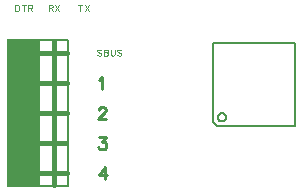
<source format=gto>
G04 DipTrace Beta 2.3.5.2*
%IN4chRemix.GTO*%
%MOIN*%
%ADD14C,0.015*%
%ADD19C,0.008*%
%ADD20C,0.005*%
%ADD73C,0.0087*%
%ADD74C,0.0044*%
%FSLAX44Y44*%
G04*
G70*
G90*
G75*
G01*
%LNTop TopSilk*%
%LPD*%
G36*
X190Y5280D2*
X1280D1*
Y320D1*
X190D1*
Y5280D1*
G37*
X1240Y5240D2*
D19*
X2220D1*
Y360D1*
X1240D1*
Y5240D1*
X1750Y5200D2*
D14*
Y400D1*
X1230Y4790D2*
X2170D1*
X1240Y3800D2*
X2180D1*
X1230Y2800D2*
X2190D1*
X1210Y1790D2*
X2150D1*
X1230Y800D2*
X2170D1*
X7040Y5120D2*
D20*
X9790D1*
Y5110D2*
Y2370D1*
X7170D1*
X7040Y2500D1*
Y5110D1*
X7210Y2660D2*
Y2670D1*
X7211Y2679D1*
X7213Y2689D1*
X7215Y2699D1*
X7218Y2708D1*
X7222Y2717D1*
X7226Y2726D1*
X7231Y2734D1*
X7236Y2742D1*
X7242Y2750D1*
X7248Y2757D1*
X7255Y2764D1*
X7262Y2770D1*
X7270Y2776D1*
X7277Y2781D1*
X7286Y2786D1*
X7294Y2790D1*
X7303Y2793D1*
X7312Y2796D1*
X7322Y2798D1*
X7331Y2799D1*
X7340Y2800D1*
X7350D1*
X7359Y2799D1*
X7368Y2798D1*
X7378Y2796D1*
X7387Y2793D1*
X7396Y2790D1*
X7404Y2786D1*
X7413Y2781D1*
X7420Y2776D1*
X7428Y2770D1*
X7435Y2764D1*
X7442Y2757D1*
X7448Y2750D1*
X7454Y2742D1*
X7459Y2734D1*
X7464Y2726D1*
X7468Y2717D1*
X7472Y2708D1*
X7475Y2699D1*
X7477Y2689D1*
X7479Y2679D1*
X7480Y2670D1*
Y2660D1*
Y2650D1*
X7479Y2641D1*
X7477Y2631D1*
X7475Y2621D1*
X7472Y2612D1*
X7468Y2603D1*
X7464Y2594D1*
X7459Y2586D1*
X7454Y2578D1*
X7448Y2570D1*
X7442Y2563D1*
X7435Y2556D1*
X7428Y2550D1*
X7420Y2544D1*
X7413Y2539D1*
X7404Y2534D1*
X7396Y2530D1*
X7387Y2527D1*
X7378Y2524D1*
X7368Y2522D1*
X7359Y2521D1*
X7350Y2520D1*
X7340D1*
X7331Y2521D1*
X7322Y2522D1*
X7312Y2524D1*
X7303Y2527D1*
X7294Y2530D1*
X7286Y2534D1*
X7277Y2539D1*
X7270Y2544D1*
X7262Y2550D1*
X7255Y2556D1*
X7248Y2563D1*
X7242Y2570D1*
X7236Y2578D1*
X7231Y2586D1*
X7226Y2594D1*
X7222Y2603D1*
X7218Y2612D1*
X7215Y2621D1*
X7213Y2631D1*
X7211Y2641D1*
X7210Y2650D1*
Y2660D1*
X3435Y590D2*
D73*
Y991D1*
X3244Y724D1*
X3531D1*
X3262Y1991D2*
X3472D1*
X3358Y1838D1*
X3415D1*
X3453Y1819D1*
X3472Y1800D1*
X3492Y1743D1*
Y1705D1*
X3472Y1647D1*
X3434Y1609D1*
X3377Y1590D1*
X3319D1*
X3262Y1609D1*
X3243Y1628D1*
X3224Y1666D1*
X3243Y2906D2*
Y2925D1*
X3262Y2963D1*
X3281Y2982D1*
X3320Y3001D1*
X3396D1*
X3434Y2982D1*
X3453Y2963D1*
X3473Y2925D1*
Y2887D1*
X3453Y2848D1*
X3415Y2791D1*
X3224Y2600D1*
X3492D1*
X3254Y3915D2*
X3292Y3934D1*
X3350Y3991D1*
Y3590D1*
X3328Y4887D2*
D74*
X3309Y4906D1*
X3280Y4916D1*
X3242D1*
X3213Y4906D1*
X3194Y4887D1*
Y4868D1*
X3204Y4849D1*
X3213Y4839D1*
X3232Y4830D1*
X3290Y4810D1*
X3309Y4801D1*
X3318Y4791D1*
X3328Y4772D1*
Y4744D1*
X3309Y4724D1*
X3280Y4715D1*
X3242D1*
X3213Y4724D1*
X3194Y4744D1*
X3415Y4916D2*
Y4715D1*
X3502D1*
X3530Y4724D1*
X3540Y4734D1*
X3549Y4753D1*
Y4782D1*
X3540Y4801D1*
X3530Y4810D1*
X3502Y4820D1*
X3530Y4830D1*
X3540Y4839D1*
X3549Y4858D1*
Y4877D1*
X3540Y4896D1*
X3530Y4906D1*
X3502Y4916D1*
X3415D1*
Y4820D2*
X3502D1*
X3637Y4916D2*
Y4772D1*
X3646Y4744D1*
X3666Y4724D1*
X3694Y4715D1*
X3713D1*
X3742Y4724D1*
X3761Y4744D1*
X3771Y4772D1*
Y4916D1*
X3992Y4887D2*
X3973Y4906D1*
X3945Y4916D1*
X3906D1*
X3878Y4906D1*
X3858Y4887D1*
Y4868D1*
X3868Y4849D1*
X3878Y4839D1*
X3897Y4830D1*
X3954Y4810D1*
X3973Y4801D1*
X3983Y4791D1*
X3992Y4772D1*
Y4744D1*
X3973Y4724D1*
X3945Y4715D1*
X3906D1*
X3878Y4724D1*
X3858Y4744D1*
X455Y6396D2*
Y6195D1*
X522D1*
X550Y6204D1*
X570Y6224D1*
X579Y6243D1*
X589Y6271D1*
Y6319D1*
X579Y6348D1*
X570Y6367D1*
X550Y6386D1*
X522Y6396D1*
X455D1*
X743D2*
Y6195D1*
X676Y6396D2*
X810D1*
X898Y6300D2*
X984D1*
X1012Y6310D1*
X1022Y6319D1*
X1032Y6338D1*
Y6357D1*
X1022Y6376D1*
X1012Y6386D1*
X984Y6396D1*
X898D1*
Y6195D1*
X965Y6300D2*
X1032Y6195D1*
X2632Y6396D2*
Y6195D1*
X2565Y6396D2*
X2699D1*
X2786D2*
X2920Y6195D1*
Y6396D2*
X2786Y6195D1*
X1575Y6310D2*
X1661D1*
X1689Y6320D1*
X1699Y6329D1*
X1709Y6348D1*
Y6367D1*
X1699Y6386D1*
X1689Y6396D1*
X1661Y6406D1*
X1575D1*
Y6205D1*
X1642Y6310D2*
X1709Y6205D1*
X1796Y6406D2*
X1930Y6205D1*
Y6406D2*
X1796Y6205D1*
M02*

</source>
